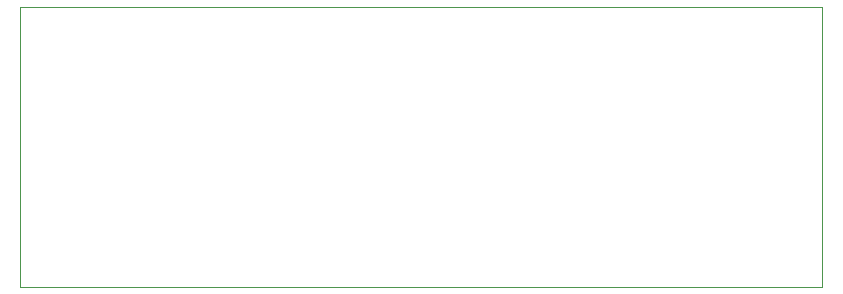
<source format=gbr>
%TF.GenerationSoftware,KiCad,Pcbnew,8.0.5*%
%TF.CreationDate,2025-07-01T10:48:08-04:00*%
%TF.ProjectId,pcb_battery_stub,7063625f-6261-4747-9465-72795f737475,rev?*%
%TF.SameCoordinates,Original*%
%TF.FileFunction,Profile,NP*%
%FSLAX46Y46*%
G04 Gerber Fmt 4.6, Leading zero omitted, Abs format (unit mm)*
G04 Created by KiCad (PCBNEW 8.0.5) date 2025-07-01 10:48:08*
%MOMM*%
%LPD*%
G01*
G04 APERTURE LIST*
%TA.AperFunction,Profile*%
%ADD10C,0.050000*%
%TD*%
G04 APERTURE END LIST*
D10*
X488700000Y-76700000D02*
X556600000Y-76700000D01*
X556600000Y-100400000D01*
X488700000Y-100400000D01*
X488700000Y-76700000D01*
M02*

</source>
